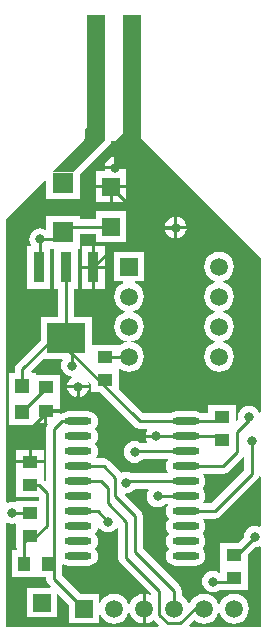
<source format=gtl>
%FSTAX24Y24*%
%MOIN*%
G70*
G01*
G75*
G04 Layer_Physical_Order=1*
G04 Layer_Color=255*
%ADD10R,0.0709X0.0709*%
%ADD11R,0.0512X0.0472*%
%ADD12R,0.0374X0.1004*%
%ADD13R,0.1299X0.1004*%
%ADD14R,0.0512X0.0394*%
%ADD15R,0.0394X0.0512*%
%ADD16R,0.0630X0.0630*%
%ADD17O,0.0906X0.0236*%
%ADD18C,0.0100*%
%ADD19R,0.0591X0.0591*%
%ADD20C,0.0591*%
%ADD21C,0.0320*%
G36*
X238891Y196927D02*
X242886Y192932D01*
Y187787D01*
X242837Y187778D01*
X242814Y187831D01*
X242757Y187906D01*
X242682Y187964D01*
X242594Y188D01*
X2425Y188013D01*
X242406Y188D01*
X242318Y187964D01*
X242243Y187906D01*
X242186Y187831D01*
X242149Y187744D01*
X242137Y18765D01*
X242149Y187559D01*
X242102Y187512D01*
X242056Y187531D01*
Y18804D01*
X241144D01*
Y187754D01*
X240916D01*
X240886Y187777D01*
X240809Y18781D01*
X240726Y18782D01*
X240057D01*
X239974Y18781D01*
X239896Y187777D01*
X239866Y187754D01*
X238956D01*
X238156Y188554D01*
Y189233D01*
X238201Y189255D01*
X23825Y189217D01*
X238371Y189167D01*
X2385Y18915D01*
X238629Y189167D01*
X23875Y189217D01*
X238853Y189296D01*
X238933Y1894D01*
X238983Y18952D01*
X239Y18965D01*
X238983Y189779D01*
X238933Y189899D01*
X238853Y190003D01*
X23875Y190082D01*
X238629Y190132D01*
X2385Y190149D01*
X238371Y190132D01*
X23825Y190082D01*
X23818Y190028D01*
X238156Y19004D01*
Y19004D01*
X238156Y19004D01*
X23725D01*
Y19098D01*
X236655D01*
Y191919D01*
X236787D01*
Y193242D01*
X236854D01*
Y193725D01*
X237385D01*
Y193465D01*
X238415D01*
Y194495D01*
X237385D01*
Y194235D01*
X236854D01*
Y19435D01*
X235746D01*
Y193904D01*
X235704Y193876D01*
X235629Y193907D01*
X235535Y19392D01*
X235441Y193907D01*
X235353Y193871D01*
X235278Y193813D01*
X23522Y193738D01*
X235184Y193651D01*
X235172Y193557D01*
X235184Y193463D01*
X23522Y193375D01*
X235226Y193368D01*
X235204Y193323D01*
X235107D01*
Y191919D01*
X235882D01*
Y193242D01*
X236013D01*
Y191919D01*
X236145D01*
Y19098D01*
X23555D01*
Y190193D01*
X234764Y189406D01*
X234709Y189324D01*
X234689Y189226D01*
Y189111D01*
X234488D01*
Y188239D01*
Y187372D01*
X2354D01*
Y187451D01*
X235681D01*
Y187848D01*
X235731D01*
Y187898D01*
X236187D01*
Y188239D01*
Y189032D01*
X2354D01*
Y189111D01*
X235255D01*
X235236Y189157D01*
X235655Y189576D01*
X236264D01*
X236286Y189532D01*
X236286Y189531D01*
X236249Y189444D01*
X236237Y18935D01*
X236249Y189256D01*
X236286Y189168D01*
X236343Y189093D01*
X236418Y189035D01*
X236506Y188999D01*
X236576Y18899D01*
X236589Y188941D01*
X236543Y188906D01*
X236486Y188831D01*
X236449Y188744D01*
X236443Y1887D01*
X237157D01*
X237151Y188744D01*
X237133Y188787D01*
X237174Y188815D01*
X237244Y188745D01*
Y188459D01*
X23753D01*
X23867Y187319D01*
X23867D01*
X23867Y187319D01*
X23867Y187319D01*
Y187319D01*
X238752Y187264D01*
X23885Y187245D01*
X239088D01*
X239111Y1872D01*
X239096Y187181D01*
X23906Y187094D01*
X239054Y18705D01*
X239411D01*
Y18695D01*
X239054D01*
X23906Y186906D01*
X239096Y186818D01*
X239111Y186799D01*
X239088Y186754D01*
X238905D01*
X238866Y186785D01*
X238778Y186821D01*
X238684Y186833D01*
X23859Y186821D01*
X238503Y186785D01*
X238428Y186727D01*
X23837Y186652D01*
X238334Y186564D01*
X238321Y18647D01*
X238334Y186376D01*
X23837Y186289D01*
X238428Y186213D01*
X238503Y186156D01*
X23859Y186119D01*
X238684Y186107D01*
X238778Y186119D01*
X238866Y186156D01*
X238941Y186213D01*
X238965Y186245D01*
X239787D01*
X239809Y1862D01*
X239779Y18616D01*
X239747Y186083D01*
X239736Y186D01*
X239747Y185917D01*
X239779Y185839D01*
X239809Y185799D01*
X239787Y185755D01*
X238594D01*
X238582Y185764D01*
X238494Y1858D01*
X2384Y185813D01*
X238306Y1858D01*
X238233Y18577D01*
X23822Y18579D01*
X23783Y18618D01*
X237748Y186235D01*
X23765Y186255D01*
X237413D01*
X237391Y186299D01*
X237421Y186339D01*
X237453Y186417D01*
X237464Y1865D01*
X237453Y186583D01*
X237421Y18666D01*
X23737Y186726D01*
Y186773D01*
X237421Y186839D01*
X237453Y186917D01*
X237464Y187D01*
X237453Y187083D01*
X237421Y18716D01*
X23737Y187226D01*
Y187273D01*
X237421Y187339D01*
X237453Y187417D01*
X237464Y1875D01*
X237453Y187583D01*
X237421Y18766D01*
X23737Y187726D01*
X237304Y187777D01*
X237226Y18781D01*
X237143Y18782D01*
X236474D01*
X236391Y18781D01*
X236314Y187777D01*
X236284Y187754D01*
X23625D01*
X236226Y18775D01*
X236187Y187781D01*
Y187798D01*
X235781D01*
Y187451D01*
X235781D01*
X235805Y187407D01*
X235765Y187347D01*
X235745Y18725D01*
Y18553D01*
X235699Y185511D01*
X235674Y185536D01*
X235656Y185548D01*
Y185746D01*
Y186093D01*
X234744D01*
Y185746D01*
Y184959D01*
X235495D01*
Y18484D01*
X234744D01*
Y184821D01*
X234703Y184793D01*
X2347Y184794D01*
X234606Y184806D01*
X234512Y184794D01*
X234453Y18477D01*
X234412Y184797D01*
Y194239D01*
X235699Y195526D01*
X235746Y195507D01*
Y194895D01*
X236854D01*
Y195725D01*
X237844Y196715D01*
X237888Y196781D01*
X237901Y196845D01*
X238041D01*
Y19685D01*
X238291Y1971D01*
Y201037D01*
X238891D01*
Y196927D01*
D02*
G37*
G36*
X242345Y18629D02*
Y185855D01*
X241244Y184755D01*
X240995D01*
X240973Y184799D01*
X241004Y184839D01*
X241036Y184917D01*
X241047Y185D01*
X241036Y185083D01*
X241004Y18516D01*
X240953Y185226D01*
Y185273D01*
X241004Y185339D01*
X241036Y185417D01*
X241047Y1855D01*
X241036Y185583D01*
X241004Y18566D01*
X240953Y185726D01*
X240959Y185745D01*
X24164D01*
X241738Y185764D01*
X24182Y185819D01*
X24182Y185819D01*
X24182Y185819D01*
X24228Y186279D01*
X242297Y186305D01*
X242345Y18629D01*
D02*
G37*
G36*
X242886Y185649D02*
Y184007D01*
X242844Y18398D01*
X242794Y184D01*
X2427Y184013D01*
X242606Y184D01*
X242518Y183964D01*
X242443Y183906D01*
X242386Y183831D01*
X242349Y183744D01*
X242337Y18365D01*
X242337Y183647D01*
X24213Y18344D01*
X241544D01*
Y182646D01*
Y182473D01*
X241499Y18245D01*
X241482Y182464D01*
X241394Y1825D01*
X2413Y182513D01*
X241206Y1825D01*
X241118Y182464D01*
X241043Y182406D01*
X240986Y182331D01*
X240949Y182244D01*
X240937Y18215D01*
X240949Y182056D01*
X240986Y181968D01*
X241043Y181893D01*
X241118Y181835D01*
X241206Y181799D01*
X2413Y181786D01*
X241394Y181799D01*
X241482Y181835D01*
X241525Y181868D01*
X241544Y181859D01*
Y181859D01*
X241544Y181859D01*
X242456D01*
Y182646D01*
Y183045D01*
X242698Y183287D01*
X2427Y183286D01*
X242794Y183299D01*
X242844Y18332D01*
X242886Y183292D01*
Y180646D01*
X240522D01*
X240503Y180692D01*
X240681Y18087D01*
X24075Y180817D01*
X240871Y180767D01*
X241Y18075D01*
X241129Y180767D01*
X24125Y180817D01*
X241353Y180896D01*
X241433Y181D01*
X241475Y181102D01*
X241525D01*
X241567Y181D01*
X241647Y180896D01*
X24175Y180817D01*
X241871Y180767D01*
X242Y18075D01*
X242129Y180767D01*
X24225Y180817D01*
X242353Y180896D01*
X242433Y181D01*
X242483Y18112D01*
X2425Y18125D01*
X242483Y181379D01*
X242433Y181499D01*
X242353Y181603D01*
X24225Y181682D01*
X242129Y181732D01*
X242Y181749D01*
X241871Y181732D01*
X24175Y181682D01*
X241647Y181603D01*
X241567Y181499D01*
X241525Y181397D01*
X241475D01*
X241433Y181499D01*
X241353Y181603D01*
X24125Y181682D01*
X241129Y181732D01*
X241Y181749D01*
X240871Y181732D01*
X24075Y181682D01*
X240647Y181603D01*
X240567Y181499D01*
X240546Y181447D01*
X24052Y18143D01*
X24051Y18142D01*
X240461Y18143D01*
X240433Y181499D01*
X240353Y181603D01*
X240255Y181678D01*
Y18185D01*
X240236Y181947D01*
X24018Y18203D01*
X238955Y183255D01*
Y18435D01*
X238936Y184447D01*
X23888Y18453D01*
X238367Y185043D01*
X238389Y185088D01*
X2384Y185086D01*
X238494Y185099D01*
X238582Y185135D01*
X238657Y185193D01*
X238697Y185245D01*
X239128D01*
X23915Y1852D01*
X239136Y185181D01*
X239099Y185094D01*
X239087Y185D01*
X239099Y184906D01*
X239136Y184818D01*
X239193Y184743D01*
X239268Y184685D01*
X239356Y184649D01*
X23945Y184636D01*
X239544Y184649D01*
X239632Y184685D01*
X239707Y184743D01*
X239708Y184745D01*
X239787D01*
X239809Y1847D01*
X239779Y18466D01*
X239747Y184583D01*
X239736Y1845D01*
X239747Y184417D01*
X239779Y184339D01*
X23983Y184273D01*
Y184226D01*
X239779Y18416D01*
X239747Y184083D01*
X239736Y184D01*
X239747Y183917D01*
X239779Y183839D01*
X23983Y183773D01*
Y183726D01*
X239779Y18366D01*
X239747Y183583D01*
X239736Y1835D01*
X239747Y183417D01*
X239779Y183339D01*
X23983Y183273D01*
Y183226D01*
X239779Y18316D01*
X239747Y183083D01*
X239736Y183D01*
X239747Y182917D01*
X239779Y182839D01*
X23983Y182773D01*
X239896Y182722D01*
X239974Y18269D01*
X240057Y182679D01*
X240726D01*
X240809Y18269D01*
X240886Y182722D01*
X240953Y182773D01*
X241004Y182839D01*
X241036Y182917D01*
X241047Y183D01*
X241036Y183083D01*
X241004Y18316D01*
X240953Y183226D01*
Y183273D01*
X241004Y183339D01*
X241036Y183417D01*
X241047Y1835D01*
X241036Y183583D01*
X241004Y18366D01*
X240953Y183726D01*
Y183773D01*
X241004Y183839D01*
X241036Y183917D01*
X241047Y184D01*
X241036Y184083D01*
X241004Y18416D01*
X240953Y184226D01*
X240959Y184245D01*
X24135D01*
X241448Y184264D01*
X24153Y184319D01*
X24278Y185569D01*
X242836Y185652D01*
X242836Y185654D01*
X242886Y185649D01*
D02*
G37*
G36*
X234512Y184093D02*
X234606Y18408D01*
X2347Y184093D01*
X234703Y184093D01*
X234744Y184066D01*
Y184046D01*
Y183259D01*
X234751D01*
Y183206D01*
X234609D01*
Y182294D01*
X235745D01*
Y18225D01*
X235765Y182152D01*
X23582Y182069D01*
X235898Y181991D01*
X235879Y181945D01*
X235105D01*
Y180954D01*
X236095D01*
Y181729D01*
X236141Y181748D01*
X236505Y181384D01*
Y180754D01*
X237495D01*
Y181046D01*
X237544Y181056D01*
X237567Y181D01*
X237647Y180896D01*
X23775Y180817D01*
X237871Y180767D01*
X238Y18075D01*
X238129Y180767D01*
X23825Y180817D01*
X238353Y180896D01*
X238433Y181D01*
X238475Y181102D01*
X238525D01*
X238567Y181D01*
X238647Y180896D01*
X23875Y180817D01*
X238871Y180767D01*
X23895Y180757D01*
Y18125D01*
Y181743D01*
X238871Y181732D01*
X23875Y181682D01*
X238647Y181603D01*
X238567Y181499D01*
X238525Y181397D01*
X238475D01*
X238433Y181499D01*
X238353Y181603D01*
X23825Y181682D01*
X238129Y181732D01*
X238Y181749D01*
X237871Y181732D01*
X23775Y181682D01*
X237647Y181603D01*
X237567Y181499D01*
X237544Y181444D01*
X237495Y181453D01*
Y181745D01*
X236865D01*
X236255Y182355D01*
Y18271D01*
X2363Y182732D01*
X236314Y182722D01*
X236391Y18269D01*
X236474Y182679D01*
X237143D01*
X237226Y18269D01*
X237304Y182722D01*
X23737Y182773D01*
X237421Y182839D01*
X237453Y182917D01*
X237464Y183D01*
X237453Y183083D01*
X237421Y18316D01*
X23737Y183226D01*
Y183273D01*
X237421Y183339D01*
X237453Y183417D01*
X237464Y1835D01*
X237453Y183583D01*
X237421Y18366D01*
X23737Y183726D01*
Y183773D01*
X237421Y183839D01*
X237453Y183917D01*
X237455Y183932D01*
X237504Y183945D01*
X237543Y183893D01*
X237618Y183835D01*
X237706Y183799D01*
X2378Y183786D01*
X237894Y183799D01*
X237982Y183835D01*
X238057Y183893D01*
X238098Y183946D01*
X238145Y18393D01*
Y18295D01*
X238145Y18295D01*
X238145D01*
X238165Y182852D01*
X23822Y182769D01*
X239229Y18176D01*
X239224Y18171D01*
X239208Y181699D01*
X239129Y181732D01*
X23905Y181743D01*
Y18125D01*
Y180757D01*
X239129Y180767D01*
X23925Y180817D01*
X239314Y180866D01*
X239324Y180864D01*
X239324Y180864D01*
X239324Y180864D01*
D01*
X239324Y180864D01*
X239497Y180692D01*
X239478Y180646D01*
X234412D01*
Y184089D01*
X234453Y184117D01*
X234512Y184093D01*
D02*
G37*
G36*
X2377Y196859D02*
X236641Y1958D01*
X235941D01*
X237041Y1969D01*
Y197228D01*
X237091Y197278D01*
Y201037D01*
X2377D01*
Y196859D01*
D02*
G37*
%LPC*%
G36*
X2415Y193149D02*
X241371Y193132D01*
X24125Y193082D01*
X241147Y193003D01*
X241067Y192899D01*
X241017Y192779D01*
X241Y19265D01*
X241017Y19252D01*
X241067Y1924D01*
X241147Y192296D01*
X24125Y192217D01*
X241353Y192175D01*
Y192125D01*
X24125Y192082D01*
X241147Y192003D01*
X241067Y191899D01*
X241017Y191779D01*
X241Y19165D01*
X241017Y19152D01*
X241067Y1914D01*
X241147Y191296D01*
X24125Y191217D01*
X241353Y191175D01*
Y191125D01*
X24125Y191082D01*
X241147Y191003D01*
X241067Y190899D01*
X241017Y190779D01*
X241Y19065D01*
X241017Y19052D01*
X241067Y1904D01*
X241147Y190296D01*
X24125Y190217D01*
X241353Y190175D01*
Y190125D01*
X24125Y190082D01*
X241147Y190003D01*
X241067Y189899D01*
X241017Y189779D01*
X241Y18965D01*
X241017Y18952D01*
X241067Y1894D01*
X241147Y189296D01*
X24125Y189217D01*
X241371Y189167D01*
X2415Y18915D01*
X241629Y189167D01*
X24175Y189217D01*
X241853Y189296D01*
X241933Y1894D01*
X241983Y18952D01*
X242Y18965D01*
X241983Y189779D01*
X241933Y189899D01*
X241853Y190003D01*
X24175Y190082D01*
X241647Y190125D01*
Y190175D01*
X24175Y190217D01*
X241853Y190296D01*
X241933Y1904D01*
X241983Y19052D01*
X242Y19065D01*
X241983Y190779D01*
X241933Y190899D01*
X241853Y191003D01*
X24175Y191082D01*
X241647Y191125D01*
Y191175D01*
X24175Y191217D01*
X241853Y191296D01*
X241933Y1914D01*
X241983Y19152D01*
X242Y19165D01*
X241983Y191779D01*
X241933Y191899D01*
X241853Y192003D01*
X24175Y192082D01*
X241647Y192125D01*
Y192175D01*
X24175Y192217D01*
X241853Y192296D01*
X241933Y1924D01*
X241983Y19252D01*
X242Y19265D01*
X241983Y192779D01*
X241933Y192899D01*
X241853Y193003D01*
X24175Y193082D01*
X241629Y193132D01*
X2415Y193149D01*
D02*
G37*
G36*
X238995Y193145D02*
X238005D01*
Y192154D01*
X238296D01*
X238306Y192105D01*
X23825Y192082D01*
X238147Y192003D01*
X238067Y191899D01*
X238017Y191779D01*
X238Y19165D01*
X238017Y19152D01*
X238067Y1914D01*
X238147Y191296D01*
X23825Y191217D01*
X238353Y191175D01*
Y191125D01*
X23825Y191082D01*
X238147Y191003D01*
X238067Y190899D01*
X238017Y190779D01*
X238Y19065D01*
X238017Y19052D01*
X238067Y1904D01*
X238147Y190296D01*
X23825Y190217D01*
X238371Y190167D01*
X2385Y19015D01*
X238629Y190167D01*
X23875Y190217D01*
X238853Y190296D01*
X238933Y1904D01*
X238983Y19052D01*
X239Y19065D01*
X238983Y190779D01*
X238933Y190899D01*
X238853Y191003D01*
X23875Y191082D01*
X238647Y191125D01*
Y191175D01*
X23875Y191217D01*
X238853Y191296D01*
X238933Y1914D01*
X238983Y19152D01*
X239Y19165D01*
X238983Y191779D01*
X238933Y191899D01*
X238853Y192003D01*
X23875Y192082D01*
X238694Y192105D01*
X238704Y192154D01*
X238995D01*
Y193145D01*
D02*
G37*
G36*
X237256Y192571D02*
X236919D01*
Y191919D01*
X237256D01*
Y192571D01*
D02*
G37*
G36*
X237157Y1886D02*
X23685D01*
Y188293D01*
X236894Y188299D01*
X236982Y188335D01*
X237057Y188393D01*
X237114Y188468D01*
X237151Y188556D01*
X237157Y1886D01*
D02*
G37*
G36*
X23515Y18654D02*
X234744D01*
Y186193D01*
X23515D01*
Y18654D01*
D02*
G37*
G36*
X235656D02*
X23525D01*
Y186193D01*
X235656D01*
Y18654D01*
D02*
G37*
G36*
X23675Y1886D02*
X236443D01*
X236449Y188556D01*
X236486Y188468D01*
X236543Y188393D01*
X236618Y188335D01*
X236706Y188299D01*
X23675Y188293D01*
Y1886D01*
D02*
G37*
G36*
X237693Y192571D02*
X237356D01*
Y191919D01*
X237693D01*
Y192571D01*
D02*
G37*
G36*
X23785Y195269D02*
X237385D01*
Y194804D01*
X23785D01*
Y195269D01*
D02*
G37*
G36*
X240112Y194307D02*
Y194D01*
X240419D01*
X240413Y194044D01*
X240377Y194132D01*
X240319Y194207D01*
X240244Y194265D01*
X240156Y194301D01*
X240112Y194307D01*
D02*
G37*
G36*
X238415Y195269D02*
X23795D01*
Y194804D01*
X238415D01*
Y195269D01*
D02*
G37*
G36*
X237991Y196307D02*
X237947Y196301D01*
X237859Y196264D01*
X237784Y196207D01*
X237726Y196132D01*
X23769Y196044D01*
X237684Y196D01*
X237991D01*
Y196307D01*
D02*
G37*
G36*
X238397Y1959D02*
X237684D01*
X237688Y195871D01*
X237655Y195834D01*
X237385D01*
Y195369D01*
X238415D01*
Y195834D01*
X238415D01*
X238391Y195856D01*
X238391Y195856D01*
X238397Y1959D01*
D02*
G37*
G36*
X237693Y193323D02*
X237356D01*
Y192671D01*
X237693D01*
Y193323D01*
D02*
G37*
G36*
X237256D02*
X236919D01*
Y192671D01*
X237256D01*
Y193323D01*
D02*
G37*
G36*
X240012Y1939D02*
X239706D01*
X239711Y193856D01*
X239748Y193769D01*
X239805Y193694D01*
X239881Y193636D01*
X239968Y1936D01*
X240012Y193594D01*
Y1939D01*
D02*
G37*
G36*
Y194307D02*
X239968Y194301D01*
X239881Y194265D01*
X239805Y194207D01*
X239748Y194132D01*
X239711Y194044D01*
X239706Y194D01*
X240012D01*
Y194307D01*
D02*
G37*
G36*
X240419Y1939D02*
X240112D01*
Y193594D01*
X240156Y1936D01*
X240244Y193636D01*
X240319Y193694D01*
X240377Y193769D01*
X240413Y193856D01*
X240419Y1939D01*
D02*
G37*
%LPD*%
D10*
X2363Y19545D02*
D03*
Y193796D02*
D03*
D11*
X234944Y187809D02*
D03*
Y188675D02*
D03*
D12*
X237306Y192621D02*
D03*
X2364D02*
D03*
X235494D02*
D03*
D13*
X2364Y190278D02*
D03*
D14*
X242Y183043D02*
D03*
Y182256D02*
D03*
X235732Y187848D02*
D03*
Y188635D02*
D03*
X2352Y184443D02*
D03*
Y183656D02*
D03*
Y185356D02*
D03*
Y186143D02*
D03*
X2416Y187643D02*
D03*
Y186856D02*
D03*
X2377Y189643D02*
D03*
Y188856D02*
D03*
D15*
X235794Y18275D02*
D03*
X235006D02*
D03*
D16*
X2379Y195319D02*
D03*
Y19398D02*
D03*
D17*
X240391Y183D02*
D03*
Y1835D02*
D03*
Y184D02*
D03*
Y1845D02*
D03*
Y185D02*
D03*
Y1855D02*
D03*
Y186D02*
D03*
Y1865D02*
D03*
Y187D02*
D03*
Y1875D02*
D03*
X236809Y183D02*
D03*
Y1835D02*
D03*
Y184D02*
D03*
Y1845D02*
D03*
Y185D02*
D03*
Y1855D02*
D03*
Y186D02*
D03*
Y1865D02*
D03*
Y187D02*
D03*
Y1875D02*
D03*
D18*
X235818Y1901D02*
X235991D01*
X2366Y18935D02*
Y18975D01*
X236236Y190114D02*
X23885Y1875D01*
X236236Y190114D02*
X2364Y190278D01*
X2421Y186459D02*
Y18715D01*
X24164Y186D02*
X2421Y186459D01*
X240391Y186D02*
X24164D01*
X239268Y19395D02*
X240062D01*
X2379Y195319D02*
X239268Y19395D01*
X238428Y1933D02*
X239078Y19395D01*
X237985Y1933D02*
X238428D01*
X237306Y192621D02*
X237985Y1933D01*
X239078Y19395D02*
X240062D01*
X2352Y18725D02*
X2358Y18785D01*
X239411Y187D02*
X240391D01*
X238714Y1865D02*
X240391D01*
X238684Y18647D02*
X238714Y1865D01*
X234944Y189226D02*
X235818Y1901D01*
X234944Y188675D02*
Y189226D01*
X235732Y188596D02*
Y188635D01*
X234944Y187809D02*
X235732Y188596D01*
X2364Y190278D02*
Y192621D01*
X2363Y193796D02*
X236484Y19398D01*
X236061Y193557D02*
X2363Y193796D01*
X236484Y19398D02*
X2379D01*
X235535Y193557D02*
X236061D01*
X235494Y192621D02*
X235535Y192661D01*
Y193557D01*
X2352Y184443D02*
X2353D01*
X234606D02*
X2352D01*
X2368Y18835D02*
Y18865D01*
X2363Y18785D02*
X2368Y18835D01*
X2358Y18785D02*
X2363D01*
X2352Y186143D02*
Y18725D01*
Y183656D02*
X235406D01*
X23575Y184D01*
Y1851D01*
X235494Y185356D02*
X23575Y1851D01*
X2352Y185356D02*
X235494D01*
X235006Y183462D02*
X2352Y183656D01*
X235006Y18275D02*
Y183462D01*
X236Y18725D02*
X23625Y1875D01*
X236Y18225D02*
Y18725D01*
Y18225D02*
X237Y18125D01*
X237706Y18965D02*
X2385D01*
X23745Y1845D02*
X2378Y18415D01*
X236809Y1845D02*
X23745D01*
X23779Y18476D02*
Y18526D01*
Y18476D02*
X2384Y18415D01*
Y18295D02*
Y18415D01*
Y18295D02*
X239505Y181845D01*
X2387Y18315D02*
X24Y18185D01*
X2387Y18315D02*
Y18435D01*
X23804Y18501D02*
X2387Y18435D01*
X23804Y18501D02*
Y18561D01*
X23625Y1875D02*
X236809D01*
X2364Y18995D02*
Y190278D01*
X23885Y1875D02*
X240391D01*
X241456D02*
X2416Y187643D01*
X240391Y1875D02*
X241456D01*
Y187D02*
X2416Y186856D01*
X240391Y187D02*
X241456D01*
X2425Y18755D02*
Y18765D01*
X2421Y18715D02*
X2425Y18755D01*
X2426Y18575D02*
Y18685D01*
X24135Y1845D02*
X2426Y18575D01*
X23755Y1855D02*
X23779Y18526D01*
X236809Y1855D02*
X23755D01*
X241894Y18215D02*
X242Y182256D01*
X2413Y18215D02*
X241894D01*
X2407Y18125D02*
X241D01*
X240205Y180754D02*
X2407Y18125D01*
X239795Y180754D02*
X240205D01*
X239505Y181044D02*
X239795Y180754D01*
X239505Y181044D02*
Y181845D01*
X236809Y186D02*
X23765D01*
X23804Y18561D01*
X24Y18125D02*
Y18185D01*
X242Y183043D02*
X242094D01*
X2427Y18365D01*
X240391Y1845D02*
X24135D01*
X2384Y18545D02*
X23845Y1855D01*
X240391D01*
X23945Y185D02*
X240391D01*
D19*
X237Y18125D02*
D03*
X2356Y18145D02*
D03*
X2385Y19265D02*
D03*
D20*
X238Y18125D02*
D03*
X239D02*
D03*
X24D02*
D03*
X241D02*
D03*
X242D02*
D03*
X2385Y19165D02*
D03*
Y19065D02*
D03*
Y18965D02*
D03*
X2415Y19265D02*
D03*
Y19165D02*
D03*
Y19065D02*
D03*
Y18965D02*
D03*
D21*
X236691Y19615D02*
D03*
X237141Y1968D02*
D03*
X238041Y19595D02*
D03*
X238491Y1967D02*
D03*
X239411Y187D02*
D03*
X238684Y18647D02*
D03*
X235535Y193557D02*
D03*
X240062Y19395D02*
D03*
X2368Y18865D02*
D03*
X2366Y18935D02*
D03*
X234606Y184443D02*
D03*
X2378Y18415D02*
D03*
X2413Y18215D02*
D03*
X2427Y18365D02*
D03*
X2425Y18765D02*
D03*
X2426Y18685D02*
D03*
X2384Y18545D02*
D03*
X23945Y185D02*
D03*
M02*

</source>
